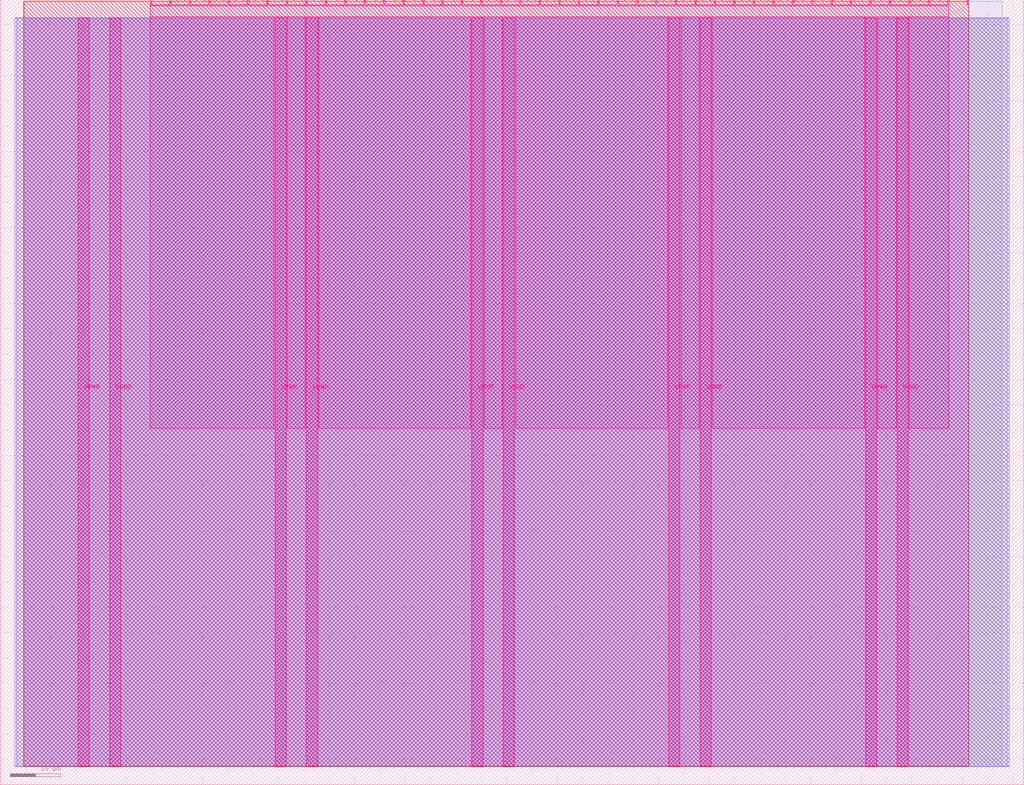
<source format=lef>
VERSION 5.7 ;
  NOWIREEXTENSIONATPIN ON ;
  DIVIDERCHAR "/" ;
  BUSBITCHARS "[]" ;
MACRO tt_um_nomuwill
  CLASS BLOCK ;
  FOREIGN tt_um_nomuwill ;
  ORIGIN 0.000 0.000 ;
  SIZE 202.080 BY 154.980 ;
  PIN VGND
    DIRECTION INOUT ;
    USE GROUND ;
    PORT
      LAYER Metal5 ;
        RECT 21.580 3.560 23.780 151.420 ;
    END
    PORT
      LAYER Metal5 ;
        RECT 60.450 3.560 62.650 151.420 ;
    END
    PORT
      LAYER Metal5 ;
        RECT 99.320 3.560 101.520 151.420 ;
    END
    PORT
      LAYER Metal5 ;
        RECT 138.190 3.560 140.390 151.420 ;
    END
    PORT
      LAYER Metal5 ;
        RECT 177.060 3.560 179.260 151.420 ;
    END
  END VGND
  PIN VPWR
    DIRECTION INOUT ;
    USE POWER ;
    PORT
      LAYER Metal5 ;
        RECT 15.380 3.560 17.580 151.420 ;
    END
    PORT
      LAYER Metal5 ;
        RECT 54.250 3.560 56.450 151.420 ;
    END
    PORT
      LAYER Metal5 ;
        RECT 93.120 3.560 95.320 151.420 ;
    END
    PORT
      LAYER Metal5 ;
        RECT 131.990 3.560 134.190 151.420 ;
    END
    PORT
      LAYER Metal5 ;
        RECT 170.860 3.560 173.060 151.420 ;
    END
  END VPWR
  PIN clk
    DIRECTION INPUT ;
    USE SIGNAL ;
    ANTENNAGATEAREA 0.213200 ;
    PORT
      LAYER Metal5 ;
        RECT 187.050 153.980 187.350 154.980 ;
    END
  END clk
  PIN ena
    DIRECTION INPUT ;
    USE SIGNAL ;
    PORT
      LAYER Metal5 ;
        RECT 190.890 153.980 191.190 154.980 ;
    END
  END ena
  PIN rst_n
    DIRECTION INPUT ;
    USE SIGNAL ;
    ANTENNAGATEAREA 0.708500 ;
    PORT
      LAYER Metal5 ;
        RECT 183.210 153.980 183.510 154.980 ;
    END
  END rst_n
  PIN ui_in[0]
    DIRECTION INPUT ;
    USE SIGNAL ;
    ANTENNAGATEAREA 0.180700 ;
    PORT
      LAYER Metal5 ;
        RECT 179.370 153.980 179.670 154.980 ;
    END
  END ui_in[0]
  PIN ui_in[1]
    DIRECTION INPUT ;
    USE SIGNAL ;
    ANTENNAGATEAREA 0.180700 ;
    PORT
      LAYER Metal5 ;
        RECT 175.530 153.980 175.830 154.980 ;
    END
  END ui_in[1]
  PIN ui_in[2]
    DIRECTION INPUT ;
    USE SIGNAL ;
    ANTENNAGATEAREA 0.180700 ;
    PORT
      LAYER Metal5 ;
        RECT 171.690 153.980 171.990 154.980 ;
    END
  END ui_in[2]
  PIN ui_in[3]
    DIRECTION INPUT ;
    USE SIGNAL ;
    ANTENNAGATEAREA 0.180700 ;
    PORT
      LAYER Metal5 ;
        RECT 167.850 153.980 168.150 154.980 ;
    END
  END ui_in[3]
  PIN ui_in[4]
    DIRECTION INPUT ;
    USE SIGNAL ;
    PORT
      LAYER Metal5 ;
        RECT 164.010 153.980 164.310 154.980 ;
    END
  END ui_in[4]
  PIN ui_in[5]
    DIRECTION INPUT ;
    USE SIGNAL ;
    PORT
      LAYER Metal5 ;
        RECT 160.170 153.980 160.470 154.980 ;
    END
  END ui_in[5]
  PIN ui_in[6]
    DIRECTION INPUT ;
    USE SIGNAL ;
    PORT
      LAYER Metal5 ;
        RECT 156.330 153.980 156.630 154.980 ;
    END
  END ui_in[6]
  PIN ui_in[7]
    DIRECTION INPUT ;
    USE SIGNAL ;
    PORT
      LAYER Metal5 ;
        RECT 152.490 153.980 152.790 154.980 ;
    END
  END ui_in[7]
  PIN uio_in[0]
    DIRECTION INPUT ;
    USE SIGNAL ;
    PORT
      LAYER Metal5 ;
        RECT 148.650 153.980 148.950 154.980 ;
    END
  END uio_in[0]
  PIN uio_in[1]
    DIRECTION INPUT ;
    USE SIGNAL ;
    PORT
      LAYER Metal5 ;
        RECT 144.810 153.980 145.110 154.980 ;
    END
  END uio_in[1]
  PIN uio_in[2]
    DIRECTION INPUT ;
    USE SIGNAL ;
    PORT
      LAYER Metal5 ;
        RECT 140.970 153.980 141.270 154.980 ;
    END
  END uio_in[2]
  PIN uio_in[3]
    DIRECTION INPUT ;
    USE SIGNAL ;
    PORT
      LAYER Metal5 ;
        RECT 137.130 153.980 137.430 154.980 ;
    END
  END uio_in[3]
  PIN uio_in[4]
    DIRECTION INPUT ;
    USE SIGNAL ;
    PORT
      LAYER Metal5 ;
        RECT 133.290 153.980 133.590 154.980 ;
    END
  END uio_in[4]
  PIN uio_in[5]
    DIRECTION INPUT ;
    USE SIGNAL ;
    PORT
      LAYER Metal5 ;
        RECT 129.450 153.980 129.750 154.980 ;
    END
  END uio_in[5]
  PIN uio_in[6]
    DIRECTION INPUT ;
    USE SIGNAL ;
    PORT
      LAYER Metal5 ;
        RECT 125.610 153.980 125.910 154.980 ;
    END
  END uio_in[6]
  PIN uio_in[7]
    DIRECTION INPUT ;
    USE SIGNAL ;
    PORT
      LAYER Metal5 ;
        RECT 121.770 153.980 122.070 154.980 ;
    END
  END uio_in[7]
  PIN uio_oe[0]
    DIRECTION OUTPUT ;
    USE SIGNAL ;
    ANTENNAGATEAREA 1.959400 ;
    ANTENNADIFFAREA 1.413600 ;
    PORT
      LAYER Metal5 ;
        RECT 56.490 153.980 56.790 154.980 ;
    END
  END uio_oe[0]
  PIN uio_oe[1]
    DIRECTION OUTPUT ;
    USE SIGNAL ;
    ANTENNAGATEAREA 2.104200 ;
    ANTENNADIFFAREA 1.413600 ;
    PORT
      LAYER Metal5 ;
        RECT 52.650 153.980 52.950 154.980 ;
    END
  END uio_oe[1]
  PIN uio_oe[2]
    DIRECTION OUTPUT ;
    USE SIGNAL ;
    ANTENNAGATEAREA 1.203800 ;
    ANTENNADIFFAREA 0.706800 ;
    PORT
      LAYER Metal5 ;
        RECT 48.810 153.980 49.110 154.980 ;
    END
  END uio_oe[2]
  PIN uio_oe[3]
    DIRECTION OUTPUT ;
    USE SIGNAL ;
    ANTENNAGATEAREA 1.654900 ;
    ANTENNADIFFAREA 0.706800 ;
    PORT
      LAYER Metal5 ;
        RECT 44.970 153.980 45.270 154.980 ;
    END
  END uio_oe[3]
  PIN uio_oe[4]
    DIRECTION OUTPUT ;
    USE SIGNAL ;
    ANTENNAGATEAREA 0.898300 ;
    ANTENNADIFFAREA 0.706800 ;
    PORT
      LAYER Metal5 ;
        RECT 41.130 153.980 41.430 154.980 ;
    END
  END uio_oe[4]
  PIN uio_oe[5]
    DIRECTION OUTPUT ;
    USE SIGNAL ;
    ANTENNAGATEAREA 2.083400 ;
    ANTENNADIFFAREA 1.413600 ;
    PORT
      LAYER Metal5 ;
        RECT 37.290 153.980 37.590 154.980 ;
    END
  END uio_oe[5]
  PIN uio_oe[6]
    DIRECTION OUTPUT ;
    USE SIGNAL ;
    ANTENNAGATEAREA 2.116400 ;
    ANTENNADIFFAREA 1.413600 ;
    PORT
      LAYER Metal5 ;
        RECT 33.450 153.980 33.750 154.980 ;
    END
  END uio_oe[6]
  PIN uio_oe[7]
    DIRECTION OUTPUT ;
    USE SIGNAL ;
    ANTENNAGATEAREA 1.874600 ;
    ANTENNADIFFAREA 1.413600 ;
    PORT
      LAYER Metal5 ;
        RECT 29.610 153.980 29.910 154.980 ;
    END
  END uio_oe[7]
  PIN uio_out[0]
    DIRECTION OUTPUT ;
    USE SIGNAL ;
    ANTENNADIFFAREA 0.299200 ;
    PORT
      LAYER Metal5 ;
        RECT 87.210 153.980 87.510 154.980 ;
    END
  END uio_out[0]
  PIN uio_out[1]
    DIRECTION OUTPUT ;
    USE SIGNAL ;
    ANTENNADIFFAREA 0.299200 ;
    PORT
      LAYER Metal5 ;
        RECT 83.370 153.980 83.670 154.980 ;
    END
  END uio_out[1]
  PIN uio_out[2]
    DIRECTION OUTPUT ;
    USE SIGNAL ;
    ANTENNADIFFAREA 0.299200 ;
    PORT
      LAYER Metal5 ;
        RECT 79.530 153.980 79.830 154.980 ;
    END
  END uio_out[2]
  PIN uio_out[3]
    DIRECTION OUTPUT ;
    USE SIGNAL ;
    ANTENNADIFFAREA 0.299200 ;
    PORT
      LAYER Metal5 ;
        RECT 75.690 153.980 75.990 154.980 ;
    END
  END uio_out[3]
  PIN uio_out[4]
    DIRECTION OUTPUT ;
    USE SIGNAL ;
    ANTENNADIFFAREA 0.299200 ;
    PORT
      LAYER Metal5 ;
        RECT 71.850 153.980 72.150 154.980 ;
    END
  END uio_out[4]
  PIN uio_out[5]
    DIRECTION OUTPUT ;
    USE SIGNAL ;
    ANTENNADIFFAREA 0.299200 ;
    PORT
      LAYER Metal5 ;
        RECT 68.010 153.980 68.310 154.980 ;
    END
  END uio_out[5]
  PIN uio_out[6]
    DIRECTION OUTPUT ;
    USE SIGNAL ;
    ANTENNADIFFAREA 0.706800 ;
    PORT
      LAYER Metal5 ;
        RECT 64.170 153.980 64.470 154.980 ;
    END
  END uio_out[6]
  PIN uio_out[7]
    DIRECTION OUTPUT ;
    USE SIGNAL ;
    ANTENNADIFFAREA 0.706800 ;
    PORT
      LAYER Metal5 ;
        RECT 60.330 153.980 60.630 154.980 ;
    END
  END uio_out[7]
  PIN uo_out[0]
    DIRECTION OUTPUT ;
    USE SIGNAL ;
    ANTENNAGATEAREA 1.795300 ;
    ANTENNADIFFAREA 1.413600 ;
    PORT
      LAYER Metal5 ;
        RECT 117.930 153.980 118.230 154.980 ;
    END
  END uo_out[0]
  PIN uo_out[1]
    DIRECTION OUTPUT ;
    USE SIGNAL ;
    ANTENNAGATEAREA 1.982500 ;
    ANTENNADIFFAREA 1.413600 ;
    PORT
      LAYER Metal5 ;
        RECT 114.090 153.980 114.390 154.980 ;
    END
  END uo_out[1]
  PIN uo_out[2]
    DIRECTION OUTPUT ;
    USE SIGNAL ;
    ANTENNAGATEAREA 2.022800 ;
    ANTENNADIFFAREA 1.413600 ;
    PORT
      LAYER Metal5 ;
        RECT 110.250 153.980 110.550 154.980 ;
    END
  END uo_out[2]
  PIN uo_out[3]
    DIRECTION OUTPUT ;
    USE SIGNAL ;
    ANTENNAGATEAREA 1.856400 ;
    ANTENNADIFFAREA 1.413600 ;
    PORT
      LAYER Metal5 ;
        RECT 106.410 153.980 106.710 154.980 ;
    END
  END uo_out[3]
  PIN uo_out[4]
    DIRECTION OUTPUT ;
    USE SIGNAL ;
    ANTENNAGATEAREA 1.879800 ;
    ANTENNADIFFAREA 1.413600 ;
    PORT
      LAYER Metal5 ;
        RECT 102.570 153.980 102.870 154.980 ;
    END
  END uo_out[4]
  PIN uo_out[5]
    DIRECTION OUTPUT ;
    USE SIGNAL ;
    ANTENNAGATEAREA 1.881900 ;
    ANTENNADIFFAREA 1.413600 ;
    PORT
      LAYER Metal5 ;
        RECT 98.730 153.980 99.030 154.980 ;
    END
  END uo_out[5]
  PIN uo_out[6]
    DIRECTION OUTPUT ;
    USE SIGNAL ;
    ANTENNAGATEAREA 1.879800 ;
    ANTENNADIFFAREA 1.413600 ;
    PORT
      LAYER Metal5 ;
        RECT 94.890 153.980 95.190 154.980 ;
    END
  END uo_out[6]
  PIN uo_out[7]
    DIRECTION OUTPUT ;
    USE SIGNAL ;
    ANTENNAGATEAREA 1.125800 ;
    ANTENNADIFFAREA 0.706800 ;
    PORT
      LAYER Metal5 ;
        RECT 91.050 153.980 91.350 154.980 ;
    END
  END uo_out[7]
  OBS
      LAYER GatPoly ;
        RECT 2.880 3.630 199.200 151.350 ;
      LAYER Metal1 ;
        RECT 2.880 3.560 199.200 151.420 ;
      LAYER Metal2 ;
        RECT 3.215 3.680 198.820 151.300 ;
      LAYER Metal3 ;
        RECT 4.700 3.635 197.860 154.705 ;
      LAYER Metal4 ;
        RECT 4.655 3.680 191.185 154.660 ;
      LAYER Metal5 ;
        RECT 30.120 153.770 33.240 153.980 ;
        RECT 33.960 153.770 37.080 153.980 ;
        RECT 37.800 153.770 40.920 153.980 ;
        RECT 41.640 153.770 44.760 153.980 ;
        RECT 45.480 153.770 48.600 153.980 ;
        RECT 49.320 153.770 52.440 153.980 ;
        RECT 53.160 153.770 56.280 153.980 ;
        RECT 57.000 153.770 60.120 153.980 ;
        RECT 60.840 153.770 63.960 153.980 ;
        RECT 64.680 153.770 67.800 153.980 ;
        RECT 68.520 153.770 71.640 153.980 ;
        RECT 72.360 153.770 75.480 153.980 ;
        RECT 76.200 153.770 79.320 153.980 ;
        RECT 80.040 153.770 83.160 153.980 ;
        RECT 83.880 153.770 87.000 153.980 ;
        RECT 87.720 153.770 90.840 153.980 ;
        RECT 91.560 153.770 94.680 153.980 ;
        RECT 95.400 153.770 98.520 153.980 ;
        RECT 99.240 153.770 102.360 153.980 ;
        RECT 103.080 153.770 106.200 153.980 ;
        RECT 106.920 153.770 110.040 153.980 ;
        RECT 110.760 153.770 113.880 153.980 ;
        RECT 114.600 153.770 117.720 153.980 ;
        RECT 118.440 153.770 121.560 153.980 ;
        RECT 122.280 153.770 125.400 153.980 ;
        RECT 126.120 153.770 129.240 153.980 ;
        RECT 129.960 153.770 133.080 153.980 ;
        RECT 133.800 153.770 136.920 153.980 ;
        RECT 137.640 153.770 140.760 153.980 ;
        RECT 141.480 153.770 144.600 153.980 ;
        RECT 145.320 153.770 148.440 153.980 ;
        RECT 149.160 153.770 152.280 153.980 ;
        RECT 153.000 153.770 156.120 153.980 ;
        RECT 156.840 153.770 159.960 153.980 ;
        RECT 160.680 153.770 163.800 153.980 ;
        RECT 164.520 153.770 167.640 153.980 ;
        RECT 168.360 153.770 171.480 153.980 ;
        RECT 172.200 153.770 175.320 153.980 ;
        RECT 176.040 153.770 179.160 153.980 ;
        RECT 179.880 153.770 183.000 153.980 ;
        RECT 183.720 153.770 186.840 153.980 ;
        RECT 29.660 151.630 187.300 153.770 ;
        RECT 29.660 70.415 54.040 151.630 ;
        RECT 56.660 70.415 60.240 151.630 ;
        RECT 62.860 70.415 92.910 151.630 ;
        RECT 95.530 70.415 99.110 151.630 ;
        RECT 101.730 70.415 131.780 151.630 ;
        RECT 134.400 70.415 137.980 151.630 ;
        RECT 140.600 70.415 170.650 151.630 ;
        RECT 173.270 70.415 176.850 151.630 ;
        RECT 179.470 70.415 187.300 151.630 ;
  END
END tt_um_nomuwill
END LIBRARY


</source>
